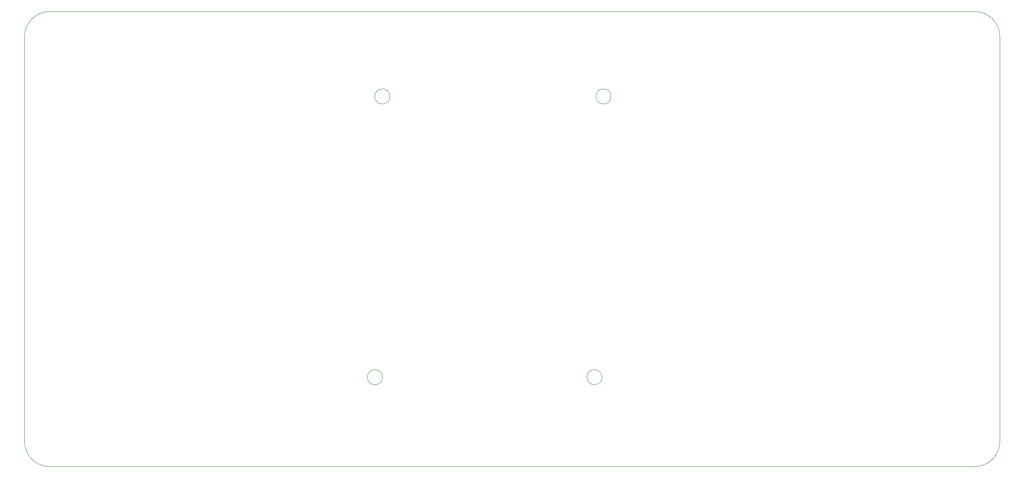
<source format=gm1>
%TF.GenerationSoftware,KiCad,Pcbnew,7.0.8*%
%TF.CreationDate,2024-09-16T14:36:25-04:00*%
%TF.ProjectId,breakout_pcie,62726561-6b6f-4757-945f-706369652e6b,rev?*%
%TF.SameCoordinates,Original*%
%TF.FileFunction,Profile,NP*%
%FSLAX46Y46*%
G04 Gerber Fmt 4.6, Leading zero omitted, Abs format (unit mm)*
G04 Created by KiCad (PCBNEW 7.0.8) date 2024-09-16 14:36:25*
%MOMM*%
%LPD*%
G01*
G04 APERTURE LIST*
%TA.AperFunction,Profile*%
%ADD10C,0.010000*%
%TD*%
%TA.AperFunction,Profile*%
%ADD11C,0.100000*%
%TD*%
G04 APERTURE END LIST*
D10*
X259199998Y-56300000D02*
G75*
G03*
X254200000Y-51300000I-4999998J2D01*
G01*
X70500000Y-51300000D02*
X254200000Y-51300000D01*
X70500000Y-51300001D02*
G75*
G03*
X65400000Y-56300000I-50002J-5049997D01*
G01*
D11*
X181960000Y-68200000D02*
G75*
G03*
X181960000Y-68200000I-1500000J0D01*
G01*
D10*
X254200000Y-141900000D02*
X70500000Y-141900000D01*
X65400001Y-136900000D02*
G75*
G03*
X70500000Y-141899999I5049963J49963D01*
G01*
X259200000Y-56300000D02*
X259200000Y-136900000D01*
D11*
X138000000Y-68200000D02*
G75*
G03*
X138000000Y-68200000I-1500000J0D01*
G01*
D10*
X65400000Y-136900000D02*
X65400000Y-56300000D01*
D11*
X136540000Y-124100000D02*
G75*
G03*
X136540000Y-124100000I-1500000J0D01*
G01*
X180150000Y-124100000D02*
G75*
G03*
X180150000Y-124100000I-1500000J0D01*
G01*
D10*
X254200000Y-141900000D02*
G75*
G03*
X259200000Y-136900000I0J5000000D01*
G01*
M02*

</source>
